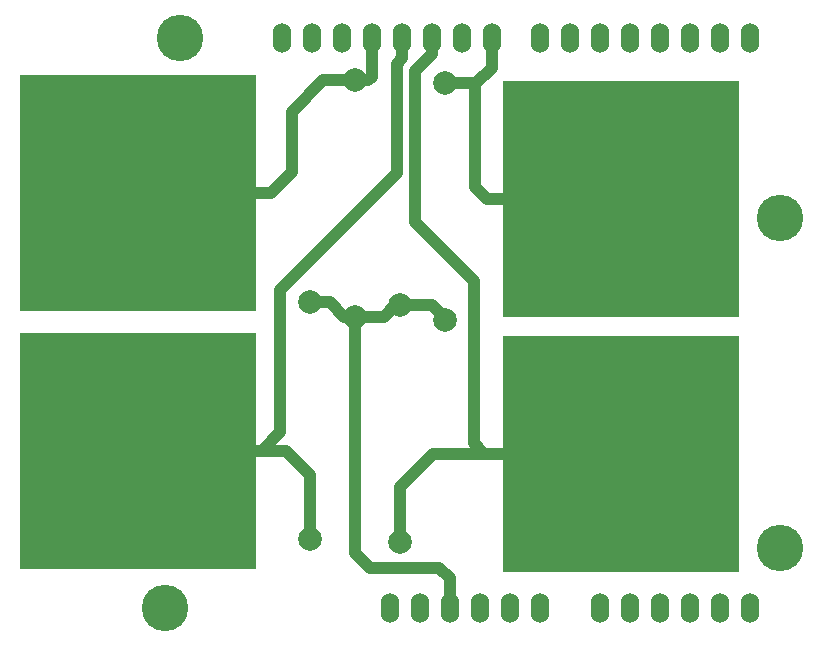
<source format=gbr>
G04 #@! TF.FileFunction,Copper,L1,Top,Signal*
%FSLAX46Y46*%
G04 Gerber Fmt 4.6, Leading zero omitted, Abs format (unit mm)*
G04 Created by KiCad (PCBNEW (2015-07-07 BZR 5906)-product) date Wed 26 Aug 2015 18:02:17 CEST*
%MOMM*%
G01*
G04 APERTURE LIST*
%ADD10C,0.100000*%
%ADD11C,1.998980*%
%ADD12O,1.524000X2.540000*%
%ADD13C,3.937000*%
%ADD14R,20.000000X20.000000*%
%ADD15C,1.016000*%
G04 APERTURE END LIST*
D10*
D11*
X153416000Y-75786000D03*
X153416000Y-55786000D03*
X149606000Y-74582000D03*
X149606000Y-94582000D03*
X157226000Y-74836000D03*
X157226000Y-94836000D03*
X161036000Y-76040000D03*
X161036000Y-56040000D03*
D12*
X186855100Y-100482400D03*
X184315100Y-100482400D03*
X181775100Y-100482400D03*
X174155100Y-100482400D03*
X176695100Y-100482400D03*
X179235100Y-100482400D03*
X169075100Y-100482400D03*
X166535100Y-100482400D03*
X163995100Y-100482400D03*
X158915100Y-100482400D03*
X156375100Y-100482400D03*
X186855100Y-52222400D03*
X184315100Y-52222400D03*
X181775100Y-52222400D03*
X179235100Y-52222400D03*
X176695100Y-52222400D03*
X174155100Y-52222400D03*
X171615100Y-52222400D03*
X169075100Y-52222400D03*
X165011100Y-52222400D03*
X162471100Y-52222400D03*
X159931100Y-52222400D03*
X157391100Y-52222400D03*
X154851100Y-52222400D03*
X152311100Y-52222400D03*
X149771100Y-52222400D03*
X147231100Y-52222400D03*
X161455100Y-100482400D03*
D13*
X189395100Y-95402400D03*
X189395100Y-67462400D03*
X138595100Y-52222400D03*
X137325100Y-100482400D03*
D14*
X135002000Y-87122000D03*
X135002000Y-65278000D03*
X175894000Y-65786000D03*
X175894000Y-87376000D03*
D15*
X161455100Y-100482400D02*
X161455100Y-97955100D01*
X161455100Y-97955100D02*
X160528000Y-97028000D01*
X160528000Y-97028000D02*
X154686000Y-97028000D01*
X154686000Y-97028000D02*
X153416000Y-95758000D01*
X153416000Y-95758000D02*
X153416000Y-79248000D01*
X153416000Y-79248000D02*
X153416000Y-75786000D01*
X153416000Y-75786000D02*
X152494000Y-75786000D01*
X152494000Y-75786000D02*
X151290000Y-74582000D01*
X151290000Y-74582000D02*
X149606000Y-74582000D01*
X157226000Y-74836000D02*
X156812000Y-74836000D01*
X156812000Y-74836000D02*
X155862000Y-75786000D01*
X155862000Y-75786000D02*
X153416000Y-75786000D01*
X161036000Y-76040000D02*
X161036000Y-75946000D01*
X161036000Y-75946000D02*
X159926000Y-74836000D01*
X159926000Y-74836000D02*
X157226000Y-74836000D01*
X143002000Y-87122000D02*
X145491200Y-87122000D01*
X157391100Y-53898266D02*
X157391100Y-52222400D01*
X156934598Y-54354768D02*
X157391100Y-53898266D01*
X156934598Y-63601600D02*
X156934598Y-54354768D01*
X147040600Y-73495598D02*
X156934598Y-63601600D01*
X147040600Y-85572600D02*
X147040600Y-73495598D01*
X145491200Y-87122000D02*
X147040600Y-85572600D01*
X143002000Y-87122000D02*
X145542000Y-87122000D01*
X149606000Y-94582000D02*
X149606000Y-89154000D01*
X149606000Y-89154000D02*
X147574000Y-87122000D01*
X147574000Y-87122000D02*
X145542000Y-87122000D01*
X143002000Y-65278000D02*
X146304000Y-65278000D01*
X150716000Y-55786000D02*
X153416000Y-55786000D01*
X148082000Y-58420000D02*
X150716000Y-55786000D01*
X148082000Y-63500000D02*
X148082000Y-58420000D01*
X146304000Y-65278000D02*
X148082000Y-63500000D01*
X153416000Y-55786000D02*
X154526000Y-55786000D01*
X154851100Y-55460900D02*
X154851100Y-52222400D01*
X154526000Y-55786000D02*
X154851100Y-55460900D01*
X167894000Y-65786000D02*
X164592000Y-65786000D01*
X163576000Y-64770000D02*
X163576000Y-56040000D01*
X164592000Y-65786000D02*
X163576000Y-64770000D01*
X161036000Y-56040000D02*
X163576000Y-56040000D01*
X163576000Y-56040000D02*
X163670000Y-56040000D01*
X163670000Y-56040000D02*
X165011100Y-54698900D01*
X165011100Y-54698900D02*
X165011100Y-52222400D01*
X159931100Y-52222400D02*
X159931100Y-53530500D01*
X163449000Y-86487000D02*
X164338000Y-87376000D01*
X163449000Y-72771000D02*
X163449000Y-86487000D01*
X158470600Y-67792600D02*
X163449000Y-72771000D01*
X158470600Y-54991000D02*
X158470600Y-67792600D01*
X159931100Y-53530500D02*
X158470600Y-54991000D01*
X157226000Y-94836000D02*
X157226000Y-90170000D01*
X160020000Y-87376000D02*
X164338000Y-87376000D01*
X164338000Y-87376000D02*
X167894000Y-87376000D01*
X157226000Y-90170000D02*
X160020000Y-87376000D01*
M02*

</source>
